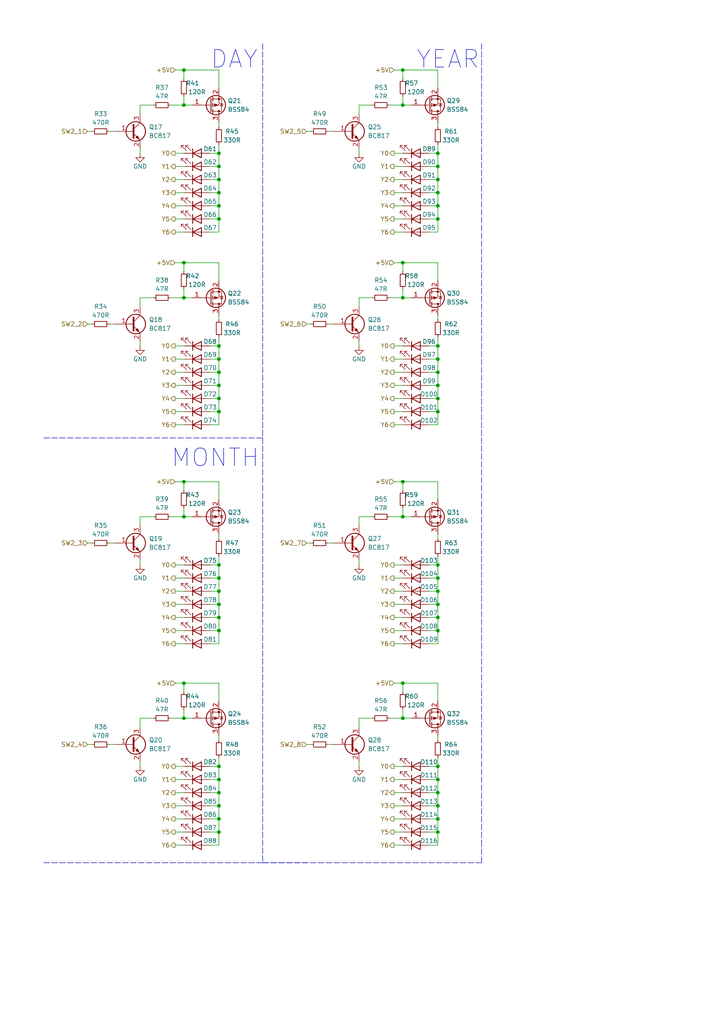
<source format=kicad_sch>
(kicad_sch (version 20211123) (generator eeschema)
  (paper "A4" portrait)
  (junction (at 127 179.07))
  (junction (at 63.5 241.3))
  (junction (at 127 222.25))
  (junction (at 116.84 20.32))
  (junction (at 127 171.45))
  (junction (at 63.5 107.95))
  (junction (at 63.5 115.57))
  (junction (at 127 241.3))
  (junction (at 116.84 76.2))
  (junction (at 116.84 149.86))
  (junction (at 127 63.5))
  (junction (at 127 100.33))
  (junction (at 63.5 111.76))
  (junction (at 127 52.07))
  (junction (at 53.34 30.48))
  (junction (at 127 59.69))
  (junction (at 116.84 86.36))
  (junction (at 53.34 86.36))
  (junction (at 53.34 20.32))
  (junction (at 63.5 100.33))
  (junction (at 53.34 208.28))
  (junction (at 53.34 76.2))
  (junction (at 116.84 208.28))
  (junction (at 127 48.26))
  (junction (at 63.5 237.49))
  (junction (at 63.5 233.68))
  (junction (at 127 226.06))
  (junction (at 63.5 52.07))
  (junction (at 127 104.14))
  (junction (at 116.84 30.48))
  (junction (at 63.5 163.83))
  (junction (at 63.5 59.69))
  (junction (at 63.5 229.87))
  (junction (at 53.34 198.12))
  (junction (at 127 44.45))
  (junction (at 53.34 139.7))
  (junction (at 63.5 182.88))
  (junction (at 63.5 55.88))
  (junction (at 127 163.83))
  (junction (at 127 55.88))
  (junction (at 63.5 171.45))
  (junction (at 127 233.68))
  (junction (at 127 107.95))
  (junction (at 127 115.57))
  (junction (at 63.5 63.5))
  (junction (at 116.84 139.7))
  (junction (at 63.5 175.26))
  (junction (at 63.5 226.06))
  (junction (at 63.5 104.14))
  (junction (at 63.5 44.45))
  (junction (at 127 111.76))
  (junction (at 127 237.49))
  (junction (at 127 175.26))
  (junction (at 127 229.87))
  (junction (at 127 119.38))
  (junction (at 63.5 119.38))
  (junction (at 127 167.64))
  (junction (at 63.5 222.25))
  (junction (at 127 182.88))
  (junction (at 53.34 149.86))
  (junction (at 63.5 167.64))
  (junction (at 63.5 48.26))
  (junction (at 63.5 179.07))
  (junction (at 116.84 198.12))
  (wire (pts (xy 40.64 86.36) (xy 40.64 88.9)))
  (wire (pts (xy 25.4 93.98) (xy 26.67 93.98)))
  (wire (pts (xy 63.5 213.36) (xy 63.5 214.63)))
  (wire (pts (xy 63.5 171.45) (xy 63.5 175.26)))
  (wire (pts (xy 127 163.83) (xy 127 167.64)))
  (wire (pts (xy 127 237.49) (xy 127 241.3)))
  (wire (pts (xy 63.5 154.94) (xy 63.5 156.21)))
  (wire (pts (xy 116.84 205.74) (xy 116.84 208.28)))
  (wire (pts (xy 124.46 63.5) (xy 127 63.5)))
  (wire (pts (xy 114.3 167.64) (xy 116.84 167.64)))
  (wire (pts (xy 124.46 55.88) (xy 127 55.88)))
  (wire (pts (xy 127 171.45) (xy 127 175.26)))
  (wire (pts (xy 127 115.57) (xy 127 119.38)))
  (wire (pts (xy 114.3 237.49) (xy 116.84 237.49)))
  (polyline (pts (xy 139.7 250.19) (xy 76.2 250.19)))
  (wire (pts (xy 104.14 30.48) (xy 104.14 33.02)))
  (wire (pts (xy 95.25 157.48) (xy 96.52 157.48)))
  (wire (pts (xy 63.5 226.06) (xy 63.5 229.87)))
  (wire (pts (xy 116.84 30.48) (xy 119.38 30.48)))
  (wire (pts (xy 124.46 59.69) (xy 127 59.69)))
  (wire (pts (xy 53.34 86.36) (xy 55.88 86.36)))
  (wire (pts (xy 50.8 115.57) (xy 53.34 115.57)))
  (wire (pts (xy 49.53 30.48) (xy 53.34 30.48)))
  (wire (pts (xy 53.34 30.48) (xy 55.88 30.48)))
  (polyline (pts (xy 76.2 250.19) (xy 88.9 250.19)))
  (wire (pts (xy 63.5 35.56) (xy 63.5 36.83)))
  (polyline (pts (xy 12.7 250.19) (xy 76.2 250.19)))
  (wire (pts (xy 116.84 198.12) (xy 116.84 200.66)))
  (wire (pts (xy 104.14 43.18) (xy 104.14 44.45)))
  (wire (pts (xy 50.8 59.69) (xy 53.34 59.69)))
  (wire (pts (xy 63.5 229.87) (xy 63.5 233.68)))
  (wire (pts (xy 44.45 86.36) (xy 40.64 86.36)))
  (wire (pts (xy 53.34 139.7) (xy 53.34 142.24)))
  (wire (pts (xy 63.5 219.71) (xy 63.5 222.25)))
  (wire (pts (xy 63.5 119.38) (xy 63.5 123.19)))
  (wire (pts (xy 60.96 55.88) (xy 63.5 55.88)))
  (wire (pts (xy 107.95 208.28) (xy 104.14 208.28)))
  (wire (pts (xy 63.5 41.91) (xy 63.5 44.45)))
  (wire (pts (xy 104.14 208.28) (xy 104.14 210.82)))
  (wire (pts (xy 60.96 222.25) (xy 63.5 222.25)))
  (wire (pts (xy 127 154.94) (xy 127 156.21)))
  (wire (pts (xy 114.3 171.45) (xy 116.84 171.45)))
  (wire (pts (xy 95.25 215.9) (xy 96.52 215.9)))
  (wire (pts (xy 127 213.36) (xy 127 214.63)))
  (wire (pts (xy 88.9 93.98) (xy 90.17 93.98)))
  (wire (pts (xy 114.3 139.7) (xy 116.84 139.7)))
  (wire (pts (xy 50.8 179.07) (xy 53.34 179.07)))
  (wire (pts (xy 127 179.07) (xy 127 182.88)))
  (wire (pts (xy 63.5 107.95) (xy 63.5 111.76)))
  (wire (pts (xy 60.96 107.95) (xy 63.5 107.95)))
  (wire (pts (xy 63.5 237.49) (xy 63.5 241.3)))
  (wire (pts (xy 104.14 86.36) (xy 104.14 88.9)))
  (wire (pts (xy 116.84 20.32) (xy 127 20.32)))
  (wire (pts (xy 127 226.06) (xy 127 229.87)))
  (wire (pts (xy 114.3 67.31) (xy 116.84 67.31)))
  (wire (pts (xy 114.3 55.88) (xy 116.84 55.88)))
  (wire (pts (xy 116.84 76.2) (xy 127 76.2)))
  (wire (pts (xy 49.53 149.86) (xy 53.34 149.86)))
  (wire (pts (xy 50.8 175.26) (xy 53.34 175.26)))
  (wire (pts (xy 60.96 179.07) (xy 63.5 179.07)))
  (wire (pts (xy 53.34 205.74) (xy 53.34 208.28)))
  (wire (pts (xy 127 119.38) (xy 127 123.19)))
  (wire (pts (xy 114.3 76.2) (xy 116.84 76.2)))
  (wire (pts (xy 116.84 20.32) (xy 116.84 22.86)))
  (wire (pts (xy 114.3 48.26) (xy 116.84 48.26)))
  (wire (pts (xy 124.46 171.45) (xy 127 171.45)))
  (wire (pts (xy 63.5 115.57) (xy 63.5 119.38)))
  (wire (pts (xy 60.96 175.26) (xy 63.5 175.26)))
  (wire (pts (xy 60.96 59.69) (xy 63.5 59.69)))
  (wire (pts (xy 116.84 76.2) (xy 116.84 78.74)))
  (wire (pts (xy 127 63.5) (xy 127 67.31)))
  (wire (pts (xy 114.3 100.33) (xy 116.84 100.33)))
  (wire (pts (xy 60.96 245.11) (xy 63.5 245.11)))
  (wire (pts (xy 31.75 38.1) (xy 33.02 38.1)))
  (wire (pts (xy 114.3 233.68) (xy 116.84 233.68)))
  (wire (pts (xy 63.5 63.5) (xy 63.5 67.31)))
  (wire (pts (xy 114.3 20.32) (xy 116.84 20.32)))
  (wire (pts (xy 114.3 44.45) (xy 116.84 44.45)))
  (wire (pts (xy 88.9 38.1) (xy 90.17 38.1)))
  (wire (pts (xy 63.5 233.68) (xy 63.5 237.49)))
  (wire (pts (xy 124.46 115.57) (xy 127 115.57)))
  (wire (pts (xy 60.96 226.06) (xy 63.5 226.06)))
  (wire (pts (xy 60.96 63.5) (xy 63.5 63.5)))
  (wire (pts (xy 127 52.07) (xy 127 55.88)))
  (wire (pts (xy 116.84 86.36) (xy 119.38 86.36)))
  (wire (pts (xy 50.8 237.49) (xy 53.34 237.49)))
  (wire (pts (xy 50.8 48.26) (xy 53.34 48.26)))
  (polyline (pts (xy 12.7 127) (xy 76.2 127)))
  (wire (pts (xy 127 91.44) (xy 127 92.71)))
  (wire (pts (xy 114.3 59.69) (xy 116.84 59.69)))
  (wire (pts (xy 114.3 123.19) (xy 116.84 123.19)))
  (wire (pts (xy 114.3 104.14) (xy 116.84 104.14)))
  (wire (pts (xy 40.64 162.56) (xy 40.64 163.83)))
  (wire (pts (xy 60.96 67.31) (xy 63.5 67.31)))
  (wire (pts (xy 114.3 226.06) (xy 116.84 226.06)))
  (wire (pts (xy 50.8 107.95) (xy 53.34 107.95)))
  (wire (pts (xy 60.96 182.88) (xy 63.5 182.88)))
  (wire (pts (xy 127 20.32) (xy 127 25.4)))
  (wire (pts (xy 63.5 139.7) (xy 63.5 144.78)))
  (wire (pts (xy 60.96 229.87) (xy 63.5 229.87)))
  (wire (pts (xy 50.8 163.83) (xy 53.34 163.83)))
  (wire (pts (xy 53.34 27.94) (xy 53.34 30.48)))
  (wire (pts (xy 60.96 52.07) (xy 63.5 52.07)))
  (wire (pts (xy 53.34 198.12) (xy 53.34 200.66)))
  (wire (pts (xy 127 111.76) (xy 127 115.57)))
  (wire (pts (xy 40.64 30.48) (xy 40.64 33.02)))
  (wire (pts (xy 63.5 20.32) (xy 63.5 25.4)))
  (wire (pts (xy 53.34 147.32) (xy 53.34 149.86)))
  (wire (pts (xy 53.34 83.82) (xy 53.34 86.36)))
  (wire (pts (xy 50.8 63.5) (xy 53.34 63.5)))
  (wire (pts (xy 127 198.12) (xy 127 203.2)))
  (wire (pts (xy 49.53 86.36) (xy 53.34 86.36)))
  (wire (pts (xy 50.8 67.31) (xy 53.34 67.31)))
  (wire (pts (xy 127 167.64) (xy 127 171.45)))
  (wire (pts (xy 31.75 157.48) (xy 33.02 157.48)))
  (wire (pts (xy 124.46 241.3) (xy 127 241.3)))
  (wire (pts (xy 124.46 229.87) (xy 127 229.87)))
  (wire (pts (xy 113.03 30.48) (xy 116.84 30.48)))
  (wire (pts (xy 25.4 38.1) (xy 26.67 38.1)))
  (wire (pts (xy 124.46 67.31) (xy 127 67.31)))
  (wire (pts (xy 53.34 208.28) (xy 55.88 208.28)))
  (wire (pts (xy 107.95 30.48) (xy 104.14 30.48)))
  (wire (pts (xy 114.3 229.87) (xy 116.84 229.87)))
  (wire (pts (xy 116.84 147.32) (xy 116.84 149.86)))
  (wire (pts (xy 50.8 76.2) (xy 53.34 76.2)))
  (wire (pts (xy 127 233.68) (xy 127 237.49)))
  (wire (pts (xy 50.8 123.19) (xy 53.34 123.19)))
  (wire (pts (xy 53.34 76.2) (xy 63.5 76.2)))
  (wire (pts (xy 63.5 48.26) (xy 63.5 52.07)))
  (wire (pts (xy 114.3 245.11) (xy 116.84 245.11)))
  (wire (pts (xy 63.5 44.45) (xy 63.5 48.26)))
  (wire (pts (xy 63.5 76.2) (xy 63.5 81.28)))
  (wire (pts (xy 124.46 222.25) (xy 127 222.25)))
  (wire (pts (xy 50.8 44.45) (xy 53.34 44.45)))
  (wire (pts (xy 60.96 119.38) (xy 63.5 119.38)))
  (wire (pts (xy 116.84 83.82) (xy 116.84 86.36)))
  (wire (pts (xy 60.96 111.76) (xy 63.5 111.76)))
  (wire (pts (xy 124.46 111.76) (xy 127 111.76)))
  (wire (pts (xy 63.5 222.25) (xy 63.5 226.06)))
  (wire (pts (xy 124.46 182.88) (xy 127 182.88)))
  (wire (pts (xy 50.8 20.32) (xy 53.34 20.32)))
  (wire (pts (xy 60.96 104.14) (xy 63.5 104.14)))
  (wire (pts (xy 50.8 119.38) (xy 53.34 119.38)))
  (wire (pts (xy 114.3 111.76) (xy 116.84 111.76)))
  (wire (pts (xy 60.96 237.49) (xy 63.5 237.49)))
  (wire (pts (xy 60.96 48.26) (xy 63.5 48.26)))
  (wire (pts (xy 60.96 44.45) (xy 63.5 44.45)))
  (wire (pts (xy 53.34 76.2) (xy 53.34 78.74)))
  (polyline (pts (xy 76.2 12.7) (xy 76.2 127)))
  (wire (pts (xy 114.3 115.57) (xy 116.84 115.57)))
  (wire (pts (xy 127 44.45) (xy 127 48.26)))
  (wire (pts (xy 63.5 97.79) (xy 63.5 100.33)))
  (wire (pts (xy 127 55.88) (xy 127 59.69)))
  (wire (pts (xy 114.3 63.5) (xy 116.84 63.5)))
  (wire (pts (xy 127 139.7) (xy 127 144.78)))
  (wire (pts (xy 31.75 215.9) (xy 33.02 215.9)))
  (wire (pts (xy 63.5 104.14) (xy 63.5 107.95)))
  (wire (pts (xy 124.46 48.26) (xy 127 48.26)))
  (wire (pts (xy 50.8 182.88) (xy 53.34 182.88)))
  (wire (pts (xy 63.5 198.12) (xy 63.5 203.2)))
  (wire (pts (xy 113.03 149.86) (xy 116.84 149.86)))
  (wire (pts (xy 127 229.87) (xy 127 233.68)))
  (wire (pts (xy 60.96 233.68) (xy 63.5 233.68)))
  (wire (pts (xy 50.8 100.33) (xy 53.34 100.33)))
  (wire (pts (xy 40.64 208.28) (xy 40.64 210.82)))
  (wire (pts (xy 113.03 86.36) (xy 116.84 86.36)))
  (wire (pts (xy 127 41.91) (xy 127 44.45)))
  (wire (pts (xy 53.34 198.12) (xy 63.5 198.12)))
  (wire (pts (xy 60.96 241.3) (xy 63.5 241.3)))
  (wire (pts (xy 116.84 208.28) (xy 119.38 208.28)))
  (wire (pts (xy 25.4 157.48) (xy 26.67 157.48)))
  (wire (pts (xy 63.5 111.76) (xy 63.5 115.57)))
  (wire (pts (xy 104.14 162.56) (xy 104.14 163.83)))
  (wire (pts (xy 88.9 157.48) (xy 90.17 157.48)))
  (wire (pts (xy 114.3 179.07) (xy 116.84 179.07)))
  (wire (pts (xy 63.5 52.07) (xy 63.5 55.88)))
  (wire (pts (xy 50.8 226.06) (xy 53.34 226.06)))
  (wire (pts (xy 127 97.79) (xy 127 100.33)))
  (wire (pts (xy 50.8 55.88) (xy 53.34 55.88)))
  (wire (pts (xy 127 175.26) (xy 127 179.07)))
  (wire (pts (xy 63.5 163.83) (xy 63.5 167.64)))
  (wire (pts (xy 40.64 149.86) (xy 40.64 152.4)))
  (wire (pts (xy 114.3 222.25) (xy 116.84 222.25)))
  (polyline (pts (xy 139.7 243.84) (xy 139.7 250.19)))
  (wire (pts (xy 60.96 163.83) (xy 63.5 163.83)))
  (wire (pts (xy 124.46 104.14) (xy 127 104.14)))
  (wire (pts (xy 95.25 38.1) (xy 96.52 38.1)))
  (wire (pts (xy 107.95 149.86) (xy 104.14 149.86)))
  (wire (pts (xy 116.84 27.94) (xy 116.84 30.48)))
  (wire (pts (xy 63.5 161.29) (xy 63.5 163.83)))
  (wire (pts (xy 127 48.26) (xy 127 52.07)))
  (wire (pts (xy 113.03 208.28) (xy 116.84 208.28)))
  (wire (pts (xy 124.46 237.49) (xy 127 237.49)))
  (wire (pts (xy 63.5 59.69) (xy 63.5 63.5)))
  (wire (pts (xy 50.8 198.12) (xy 53.34 198.12)))
  (wire (pts (xy 127 219.71) (xy 127 222.25)))
  (wire (pts (xy 60.96 115.57) (xy 63.5 115.57)))
  (wire (pts (xy 127 107.95) (xy 127 111.76)))
  (wire (pts (xy 124.46 107.95) (xy 127 107.95)))
  (wire (pts (xy 124.46 52.07) (xy 127 52.07)))
  (wire (pts (xy 60.96 171.45) (xy 63.5 171.45)))
  (wire (pts (xy 114.3 241.3) (xy 116.84 241.3)))
  (wire (pts (xy 44.45 30.48) (xy 40.64 30.48)))
  (wire (pts (xy 114.3 163.83) (xy 116.84 163.83)))
  (wire (pts (xy 127 35.56) (xy 127 36.83)))
  (wire (pts (xy 124.46 100.33) (xy 127 100.33)))
  (wire (pts (xy 50.8 233.68) (xy 53.34 233.68)))
  (wire (pts (xy 127 100.33) (xy 127 104.14)))
  (wire (pts (xy 40.64 220.98) (xy 40.64 222.25)))
  (wire (pts (xy 50.8 139.7) (xy 53.34 139.7)))
  (wire (pts (xy 50.8 241.3) (xy 53.34 241.3)))
  (wire (pts (xy 127 161.29) (xy 127 163.83)))
  (wire (pts (xy 127 76.2) (xy 127 81.28)))
  (wire (pts (xy 124.46 175.26) (xy 127 175.26)))
  (wire (pts (xy 40.64 99.06) (xy 40.64 100.33)))
  (wire (pts (xy 116.84 198.12) (xy 127 198.12)))
  (wire (pts (xy 40.64 43.18) (xy 40.64 44.45)))
  (wire (pts (xy 63.5 179.07) (xy 63.5 182.88)))
  (wire (pts (xy 116.84 139.7) (xy 127 139.7)))
  (wire (pts (xy 127 104.14) (xy 127 107.95)))
  (wire (pts (xy 53.34 20.32) (xy 53.34 22.86)))
  (polyline (pts (xy 76.2 127) (xy 76.2 250.19)))
  (wire (pts (xy 104.14 220.98) (xy 104.14 222.25)))
  (wire (pts (xy 60.96 123.19) (xy 63.5 123.19)))
  (wire (pts (xy 63.5 241.3) (xy 63.5 245.11)))
  (wire (pts (xy 124.46 163.83) (xy 127 163.83)))
  (wire (pts (xy 31.75 93.98) (xy 33.02 93.98)))
  (wire (pts (xy 63.5 175.26) (xy 63.5 179.07)))
  (wire (pts (xy 50.8 167.64) (xy 53.34 167.64)))
  (wire (pts (xy 60.96 186.69) (xy 63.5 186.69)))
  (wire (pts (xy 53.34 20.32) (xy 63.5 20.32)))
  (wire (pts (xy 63.5 55.88) (xy 63.5 59.69)))
  (wire (pts (xy 60.96 100.33) (xy 63.5 100.33)))
  (wire (pts (xy 124.46 123.19) (xy 127 123.19)))
  (wire (pts (xy 104.14 99.06) (xy 104.14 100.33)))
  (wire (pts (xy 63.5 182.88) (xy 63.5 186.69)))
  (wire (pts (xy 114.3 175.26) (xy 116.84 175.26)))
  (wire (pts (xy 127 222.25) (xy 127 226.06)))
  (wire (pts (xy 127 59.69) (xy 127 63.5)))
  (wire (pts (xy 114.3 119.38) (xy 116.84 119.38)))
  (wire (pts (xy 124.46 119.38) (xy 127 119.38)))
  (wire (pts (xy 44.45 208.28) (xy 40.64 208.28)))
  (wire (pts (xy 50.8 186.69) (xy 53.34 186.69)))
  (wire (pts (xy 124.46 233.68) (xy 127 233.68)))
  (wire (pts (xy 114.3 52.07) (xy 116.84 52.07)))
  (wire (pts (xy 63.5 91.44) (xy 63.5 92.71)))
  (wire (pts (xy 50.8 222.25) (xy 53.34 222.25)))
  (wire (pts (xy 63.5 167.64) (xy 63.5 171.45)))
  (wire (pts (xy 114.3 186.69) (xy 116.84 186.69)))
  (wire (pts (xy 116.84 139.7) (xy 116.84 142.24)))
  (wire (pts (xy 50.8 245.11) (xy 53.34 245.11)))
  (wire (pts (xy 63.5 100.33) (xy 63.5 104.14)))
  (wire (pts (xy 124.46 167.64) (xy 127 167.64)))
  (wire (pts (xy 116.84 149.86) (xy 119.38 149.86)))
  (wire (pts (xy 124.46 179.07) (xy 127 179.07)))
  (wire (pts (xy 114.3 198.12) (xy 116.84 198.12)))
  (wire (pts (xy 114.3 182.88) (xy 116.84 182.88)))
  (wire (pts (xy 49.53 208.28) (xy 53.34 208.28)))
  (wire (pts (xy 124.46 44.45) (xy 127 44.45)))
  (wire (pts (xy 104.14 149.86) (xy 104.14 152.4)))
  (wire (pts (xy 53.34 149.86) (xy 55.88 149.86)))
  (wire (pts (xy 60.96 167.64) (xy 63.5 167.64)))
  (wire (pts (xy 124.46 186.69) (xy 127 186.69)))
  (polyline (pts (xy 139.7 12.7) (xy 139.7 243.84)))
  (wire (pts (xy 127 241.3) (xy 127 245.11)))
  (wire (pts (xy 53.34 139.7) (xy 63.5 139.7)))
  (wire (pts (xy 44.45 149.86) (xy 40.64 149.86)))
  (wire (pts (xy 127 182.88) (xy 127 186.69)))
  (wire (pts (xy 95.25 93.98) (xy 96.52 93.98)))
  (wire (pts (xy 124.46 226.06) (xy 127 226.06)))
  (wire (pts (xy 50.8 104.14) (xy 53.34 104.14)))
  (wire (pts (xy 50.8 229.87) (xy 53.34 229.87)))
  (wire (pts (xy 50.8 111.76) (xy 53.34 111.76)))
  (wire (pts (xy 124.46 245.11) (xy 127 245.11)))
  (wire (pts (xy 88.9 215.9) (xy 90.17 215.9)))
  (wire (pts (xy 107.95 86.36) (xy 104.14 86.36)))
  (wire (pts (xy 114.3 107.95) (xy 116.84 107.95)))
  (wire (pts (xy 50.8 171.45) (xy 53.34 171.45)))
  (wire (pts (xy 50.8 52.07) (xy 53.34 52.07)))
  (wire (pts (xy 25.4 215.9) (xy 26.67 215.9)))
  (text "DAY " (at 60.96 20.32 0) (effects (font (size 5.08 5.08)) (justify left bottom)))
  (text "MONTH" (at 49.53 135.89 0) (effects (font (size 5.08 5.08)) (justify left bottom)))
  (text "YEAR" (at 120.65 20.32 0) (effects (font (size 5.08 5.08)) (justify left bottom)))
  (hierarchical_label "Y2" (shape output) (at 50.8 229.87 180))
  (hierarchical_label "Y3" (shape output) (at 50.8 233.68 180))
  (hierarchical_label "Y6" (shape output) (at 114.3 245.11 180))
  (hierarchical_label "Y4" (shape output) (at 50.8 59.69 180))
  (hierarchical_label "Y0" (shape output) (at 50.8 222.25 180))
  (hierarchical_label "Y3" (shape output) (at 114.3 111.76 180))
  (hierarchical_label "Y2" (shape output) (at 50.8 171.45 180))
  (hierarchical_label "Y3" (shape output) (at 50.8 55.88 180))
  (hierarchical_label "Y0" (shape output) (at 114.3 100.33 180))
  (hierarchical_label "+5V" (shape input) (at 114.3 76.2 180))
  (hierarchical_label "SW2_8" (shape input) (at 88.9 215.9 180))
  (hierarchical_label "Y4" (shape output) (at 114.3 179.07 180))
  (hierarchical_label "Y2" (shape output) (at 114.3 52.07 180))
  (hierarchical_label "+5V" (shape input) (at 114.3 139.7 180))
  (hierarchical_label "+5V" (shape input) (at 114.3 198.12 180))
  (hierarchical_label "Y1" (shape output) (at 50.8 167.64 180))
  (hierarchical_label "Y5" (shape output) (at 50.8 241.3 180))
  (hierarchical_label "+5V" (shape input) (at 50.8 139.7 180))
  (hierarchical_label "Y5" (shape output) (at 50.8 182.88 180))
  (hierarchical_label "Y0" (shape output) (at 50.8 100.33 180))
  (hierarchical_label "Y5" (shape output) (at 50.8 63.5 180))
  (hierarchical_label "Y2" (shape output) (at 114.3 107.95 180))
  (hierarchical_label "Y0" (shape output) (at 50.8 44.45 180))
  (hierarchical_label "Y2" (shape output) (at 114.3 171.45 180))
  (hierarchical_label "+5V" (shape input) (at 114.3 20.32 180))
  (hierarchical_label "Y5" (shape output) (at 114.3 63.5 180))
  (hierarchical_label "Y1" (shape output) (at 114.3 48.26 180))
  (hierarchical_label "Y5" (shape output) (at 50.8 119.38 180))
  (hierarchical_label "+5V" (shape input) (at 50.8 198.12 180))
  (hierarchical_label "Y5" (shape output) (at 114.3 241.3 180))
  (hierarchical_label "+5V" (shape input) (at 50.8 20.32 180))
  (hierarchical_label "Y2" (shape output) (at 114.3 229.87 180))
  (hierarchical_label "Y2" (shape output) (at 50.8 52.07 180))
  (hierarchical_label "Y4" (shape output) (at 114.3 115.57 180))
  (hierarchical_label "Y2" (shape output) (at 50.8 107.95 180))
  (hierarchical_label "SW2_2" (shape input) (at 25.4 93.98 180))
  (hierarchical_label "SW2_5" (shape input) (at 88.9 38.1 180))
  (hierarchical_label "Y5" (shape output) (at 114.3 119.38 180))
  (hierarchical_label "Y6" (shape output) (at 50.8 186.69 180))
  (hierarchical_label "Y0" (shape output) (at 114.3 222.25 180))
  (hierarchical_label "Y4" (shape output) (at 50.8 115.57 180))
  (hierarchical_label "Y1" (shape output) (at 50.8 48.26 180))
  (hierarchical_label "SW2_4" (shape input) (at 25.4 215.9 180))
  (hierarchical_label "Y0" (shape output) (at 114.3 163.83 180))
  (hierarchical_label "SW2_7" (shape input) (at 88.9 157.48 180))
  (hierarchical_label "Y3" (shape output) (at 114.3 233.68 180))
  (hierarchical_label "Y6" (shape output) (at 114.3 67.31 180))
  (hierarchical_label "Y3" (shape output) (at 114.3 175.26 180))
  (hierarchical_label "Y4" (shape output) (at 50.8 179.07 180))
  (hierarchical_label "SW2_6" (shape input) (at 88.9 93.98 180))
  (hierarchical_label "Y5" (shape output) (at 114.3 182.88 180))
  (hierarchical_label "SW2_3" (shape input) (at 25.4 157.48 180))
  (hierarchical_label "Y1" (shape output) (at 50.8 104.14 180))
  (hierarchical_label "Y6" (shape output) (at 50.8 123.19 180))
  (hierarchical_label "Y6" (shape output) (at 50.8 67.31 180))
  (hierarchical_label "Y1" (shape output) (at 114.3 167.64 180))
  (hierarchical_label "Y6" (shape output) (at 114.3 186.69 180))
  (hierarchical_label "Y4" (shape output) (at 114.3 59.69 180))
  (hierarchical_label "SW2_1" (shape input) (at 25.4 38.1 180))
  (hierarchical_label "Y4" (shape output) (at 114.3 237.49 180))
  (hierarchical_label "Y1" (shape output) (at 114.3 104.14 180))
  (hierarchical_label "Y0" (shape output) (at 114.3 44.45 180))
  (hierarchical_label "Y1" (shape output) (at 114.3 226.06 180))
  (hierarchical_label "Y1" (shape output) (at 50.8 226.06 180))
  (hierarchical_label "Y4" (shape output) (at 50.8 237.49 180))
  (hierarchical_label "Y3" (shape output) (at 50.8 111.76 180))
  (hierarchical_label "Y3" (shape output) (at 50.8 175.26 180))
  (hierarchical_label "+5V" (shape input) (at 50.8 76.2 180))
  (hierarchical_label "Y0" (shape output) (at 50.8 163.83 180))
  (hierarchical_label "Y3" (shape output) (at 114.3 55.88 180))
  (hierarchical_label "Y6" (shape output) (at 50.8 245.11 180))
  (hierarchical_label "Y6" (shape output) (at 114.3 123.19 180))
  (symbol (lib_id "Device:R_Small") (at 127 39.37 0) (unit 1)
    (property "Reference" "R61" (at 130.81 38.1 0))
    (property "Value" "330R" (at 130.81 40.64 0))
    (property "Footprint" "Resistor_SMD:R_0603_1608Metric" (effects hide))
    (property "Datasheet" "https://ozdisan.com/pasif-komponentler/direncler/smt-smd-ve-cip-direncler/0603WAF3300T5E/708471" (effects hide))
  )
  (symbol (lib_id "power:GND") (at 104.14 163.83 0) (unit 1)
    (property "Reference" "#PWR015" (effects hide))
    (property "Value" "GND" (at 104.14 167.64 0))
  )
  (symbol (lib_id "Device:LED") (at 120.65 48.26 0) (mirror x) (unit 1)
    (property "Reference" "D90" (at 124.46 46.99 0))
    (property "Value" "WHITE" (effects hide))
    (property "Footprint" "LED_SMD:LED_0603_1608Metric" (effects hide))
    (property "Datasheet" "https://ozdisan.com/led-ve-aydinlatma-cozumleri/led-komponentler/sinyal-ledler-beyaz/HL-PST-1608H233W-HF4/513250" (effects hide))
  )
  (symbol (lib_id "power:GND") (at 40.64 44.45 0) (unit 1)
    (property "Reference" "#PWR09" (effects hide))
    (property "Value" "GND" (at 40.64 48.26 0))
  )
  (symbol (lib_id "Device:LED") (at 120.65 100.33 0) (mirror x) (unit 1)
    (property "Reference" "D96" (at 124.46 99.06 0))
    (property "Value" "WHITE" (effects hide))
    (property "Footprint" "LED_SMD:LED_0603_1608Metric" (effects hide))
    (property "Datasheet" "https://ozdisan.com/led-ve-aydinlatma-cozumleri/led-komponentler/sinyal-ledler-beyaz/HL-PST-1608H233W-HF4/513250" (effects hide))
  )
  (symbol (lib_id "Device:LED") (at 57.15 241.3 0) (mirror x) (unit 1)
    (property "Reference" "D87" (at 60.96 240.03 0))
    (property "Value" "WHITE" (effects hide))
    (property "Footprint" "LED_SMD:LED_0603_1608Metric" (effects hide))
    (property "Datasheet" "https://ozdisan.com/led-ve-aydinlatma-cozumleri/led-komponentler/sinyal-ledler-beyaz/HL-PST-1608H233W-HF4/513250" (effects hide))
  )
  (symbol (lib_id "Device:LED") (at 57.15 237.49 0) (mirror x) (unit 1)
    (property "Reference" "D86" (at 60.96 236.22 0))
    (property "Value" "WHITE" (effects hide))
    (property "Footprint" "LED_SMD:LED_0603_1608Metric" (effects hide))
    (property "Datasheet" "https://ozdisan.com/led-ve-aydinlatma-cozumleri/led-komponentler/sinyal-ledler-beyaz/HL-PST-1608H233W-HF4/513250" (effects hide))
  )
  (symbol (lib_id "Transistor_FET:BSS84") (at 60.96 208.28 0) (mirror x) (unit 1)
    (property "Reference" "Q24" (at 66.04 207.01 0) (effects (justify left)))
    (property "Value" "BSS84" (at 66.04 209.55 0) (effects (justify left)))
    (property "Footprint" "Package_TO_SOT_SMD:SOT-23" (effects hide))
    (property "Datasheet" "https://ozdisan.com/guc-yari-iletkenleri/mosfetler/discrete-mosfetler/BSS84-HT/531196" (effects hide))
  )
  (symbol (lib_id "power:GND") (at 40.64 163.83 0) (unit 1)
    (property "Reference" "#PWR011" (effects hide))
    (property "Value" "GND" (at 40.64 167.64 0))
  )
  (symbol (lib_id "Device:LED") (at 120.65 186.69 0) (mirror x) (unit 1)
    (property "Reference" "D109" (at 124.46 185.42 0))
    (property "Value" "WHITE" (effects hide))
    (property "Footprint" "LED_SMD:LED_0603_1608Metric" (effects hide))
    (property "Datasheet" "https://ozdisan.com/led-ve-aydinlatma-cozumleri/led-komponentler/sinyal-ledler-beyaz/HL-PST-1608H233W-HF4/513250" (effects hide))
  )
  (symbol (lib_id "Device:LED") (at 57.15 229.87 0) (mirror x) (unit 1)
    (property "Reference" "D84" (at 60.96 228.6 0))
    (property "Value" "WHITE" (effects hide))
    (property "Footprint" "LED_SMD:LED_0603_1608Metric" (effects hide))
    (property "Datasheet" "https://ozdisan.com/led-ve-aydinlatma-cozumleri/led-komponentler/sinyal-ledler-beyaz/HL-PST-1608H233W-HF4/513250" (effects hide))
  )
  (symbol (lib_id "Device:LED") (at 57.15 182.88 0) (mirror x) (unit 1)
    (property "Reference" "D80" (at 60.96 181.61 0))
    (property "Value" "WHITE" (effects hide))
    (property "Footprint" "LED_SMD:LED_0603_1608Metric" (effects hide))
    (property "Datasheet" "https://ozdisan.com/led-ve-aydinlatma-cozumleri/led-komponentler/sinyal-ledler-beyaz/HL-PST-1608H233W-HF4/513250" (effects hide))
  )
  (symbol (lib_id "Device:R_Small") (at 116.84 144.78 0) (unit 1)
    (property "Reference" "R59" (at 119.38 143.51 0))
    (property "Value" "120R" (at 120.65 146.05 0))
    (property "Footprint" "Resistor_SMD:R_0603_1608Metric" (effects hide))
    (property "Datasheet" "https://ozdisan.com/pasif-komponentler/direncler/smt-smd-ve-cip-direncler/0603WAJ0121T5E/534838" (effects hide))
  )
  (symbol (lib_id "Device:LED") (at 120.65 237.49 0) (mirror x) (unit 1)
    (property "Reference" "D114" (at 124.46 236.22 0))
    (property "Value" "WHITE" (effects hide))
    (property "Footprint" "LED_SMD:LED_0603_1608Metric" (effects hide))
    (property "Datasheet" "https://ozdisan.com/led-ve-aydinlatma-cozumleri/led-komponentler/sinyal-ledler-beyaz/HL-PST-1608H233W-HF4/513250" (effects hide))
  )
  (symbol (lib_id "Device:R_Small") (at 127 95.25 0) (unit 1)
    (property "Reference" "R62" (at 130.81 93.98 0))
    (property "Value" "330R" (at 130.81 96.52 0))
    (property "Footprint" "Resistor_SMD:R_0603_1608Metric" (effects hide))
    (property "Datasheet" "https://ozdisan.com/pasif-komponentler/direncler/smt-smd-ve-cip-direncler/0603WAF3300T5E/708471" (effects hide))
  )
  (symbol (lib_id "Device:R_Small") (at 46.99 149.86 270) (unit 1)
    (property "Reference" "R39" (at 46.99 144.78 90))
    (property "Value" "47R" (at 46.99 147.32 90))
    (property "Footprint" "Resistor_SMD:R_0603_1608Metric" (effects hide))
    (property "Datasheet" "https://ozdisan.com/pasif-komponentler/direncler/smt-smd-ve-cip-direncler/0603SAJ0470T5E/336224" (effects hide))
  )
  (symbol (lib_id "Device:R_Small") (at 92.71 215.9 270) (unit 1)
    (property "Reference" "R52" (at 92.71 210.82 90))
    (property "Value" "470R" (at 92.71 213.36 90))
    (property "Footprint" "Resistor_SMD:R_0603_1608Metric" (effects hide))
    (property "Datasheet" "https://ozdisan.com/pasif-komponentler/direncler/smt-smd-ve-cip-direncler/0603SAJ0471T5E/336231" (effects hide))
  )
  (symbol (lib_id "Transistor_BJT:BC817") (at 38.1 215.9 0) (unit 1)
    (property "Reference" "Q20" (at 43.18 214.63 0) (effects (justify left)))
    (property "Value" "BC817" (at 43.18 217.17 0) (effects (justify left)))
    (property "Footprint" "Package_TO_SOT_SMD:SOT-23" (effects hide))
    (property "Datasheet" "https://ozdisan.com/guc-yari-iletkenleri/transistorler/discrete-transistorler/BC817-40-HT/417241" (effects hide))
  )
  (symbol (lib_id "Device:R_Small") (at 29.21 38.1 270) (unit 1)
    (property "Reference" "R33" (at 29.21 33.02 90))
    (property "Value" "470R" (at 29.21 35.56 90))
    (property "Footprint" "Resistor_SMD:R_0603_1608Metric" (effects hide))
    (property "Datasheet" "https://ozdisan.com/pasif-komponentler/direncler/smt-smd-ve-cip-direncler/0603SAJ0471T5E/336231" (effects hide))
  )
  (symbol (lib_id "Device:R_Small") (at 53.34 203.2 0) (unit 1)
    (property "Reference" "R44" (at 55.88 201.93 0))
    (property "Value" "120R" (at 57.15 204.47 0))
    (property "Footprint" "Resistor_SMD:R_0603_1608Metric" (effects hide))
    (property "Datasheet" "https://ozdisan.com/pasif-komponentler/direncler/smt-smd-ve-cip-direncler/0603WAJ0121T5E/534838" (effects hide))
  )
  (symbol (lib_id "Device:LED") (at 120.65 229.87 0) (mirror x) (unit 1)
    (property "Reference" "D112" (at 124.46 228.6 0))
    (property "Value" "WHITE" (effects hide))
    (property "Footprint" "LED_SMD:LED_0603_1608Metric" (effects hide))
    (property "Datasheet" "https://ozdisan.com/led-ve-aydinlatma-cozumleri/led-komponentler/sinyal-ledler-beyaz/HL-PST-1608H233W-HF4/513250" (effects hide))
  )
  (symbol (lib_id "Device:LED") (at 57.15 179.07 0) (mirror x) (unit 1)
    (property "Reference" "D79" (at 60.96 177.8 0))
    (property "Value" "WHITE" (effects hide))
    (property "Footprint" "LED_SMD:LED_0603_1608Metric" (effects hide))
    (property "Datasheet" "https://ozdisan.com/led-ve-aydinlatma-cozumleri/led-komponentler/sinyal-ledler-beyaz/HL-PST-1608H233W-HF4/513250" (effects hide))
  )
  (symbol (lib_id "Device:R_Small") (at 63.5 217.17 0) (unit 1)
    (property "Reference" "R48" (at 67.31 215.9 0))
    (property "Value" "330R" (at 67.31 218.44 0))
    (property "Footprint" "Resistor_SMD:R_0603_1608Metric" (effects hide))
    (property "Datasheet" "https://ozdisan.com/pasif-komponentler/direncler/smt-smd-ve-cip-direncler/0603WAF3300T5E/708471" (effects hide))
  )
  (symbol (lib_id "Device:LED") (at 57.15 52.07 0) (mirror x) (unit 1)
    (property "Reference" "D63" (at 60.96 50.8 0))
    (property "Value" "WHITE" (effects hide))
    (property "Footprint" "LED_SMD:LED_0603_1608Metric" (effects hide))
    (property "Datasheet" "https://ozdisan.com/led-ve-aydinlatma-cozumleri/led-komponentler/sinyal-ledler-beyaz/HL-PST-1608H233W-HF4/513250" (effects hide))
  )
  (symbol (lib_id "Device:LED") (at 120.65 119.38 0) (mirror x) (unit 1)
    (property "Reference" "D101" (at 124.46 118.11 0))
    (property "Value" "WHITE" (effects hide))
    (property "Footprint" "LED_SMD:LED_0603_1608Metric" (effects hide))
    (property "Datasheet" "https://ozdisan.com/led-ve-aydinlatma-cozumleri/led-komponentler/sinyal-ledler-beyaz/HL-PST-1608H233W-HF4/513250" (effects hide))
  )
  (symbol (lib_id "Device:R_Small") (at 63.5 39.37 0) (unit 1)
    (property "Reference" "R45" (at 67.31 38.1 0))
    (property "Value" "330R" (at 67.31 40.64 0))
    (property "Footprint" "Resistor_SMD:R_0603_1608Metric" (effects hide))
    (property "Datasheet" "https://ozdisan.com/pasif-komponentler/direncler/smt-smd-ve-cip-direncler/0603WAF3300T5E/708471" (effects hide))
  )
  (symbol (lib_id "Device:LED") (at 57.15 115.57 0) (mirror x) (unit 1)
    (property "Reference" "D72" (at 60.96 114.3 0))
    (property "Value" "WHITE" (effects hide))
    (property "Footprint" "LED_SMD:LED_0603_1608Metric" (effects hide))
    (property "Datasheet" "https://ozdisan.com/led-ve-aydinlatma-cozumleri/led-komponentler/sinyal-ledler-beyaz/HL-PST-1608H233W-HF4/513250" (effects hide))
  )
  (symbol (lib_id "Device:LED") (at 57.15 104.14 0) (mirror x) (unit 1)
    (property "Reference" "D69" (at 60.96 102.87 0))
    (property "Value" "WHITE" (effects hide))
    (property "Footprint" "LED_SMD:LED_0603_1608Metric" (effects hide))
    (property "Datasheet" "https://ozdisan.com/led-ve-aydinlatma-cozumleri/led-komponentler/sinyal-ledler-beyaz/HL-PST-1608H233W-HF4/513250" (effects hide))
  )
  (symbol (lib_id "Transistor_FET:BSS84") (at 124.46 149.86 0) (mirror x) (unit 1)
    (property "Reference" "Q31" (at 129.54 148.59 0) (effects (justify left)))
    (property "Value" "BSS84" (at 129.54 151.13 0) (effects (justify left)))
    (property "Footprint" "Package_TO_SOT_SMD:SOT-23" (effects hide))
    (property "Datasheet" "https://ozdisan.com/guc-yari-iletkenleri/mosfetler/discrete-mosfetler/BSS84-HT/531196" (effects hide))
  )
  (symbol (lib_id "Device:LED") (at 57.15 245.11 0) (mirror x) (unit 1)
    (property "Reference" "D88" (at 60.96 243.84 0))
    (property "Value" "WHITE" (effects hide))
    (property "Footprint" "LED_SMD:LED_0603_1608Metric" (effects hide))
    (property "Datasheet" "https://ozdisan.com/led-ve-aydinlatma-cozumleri/led-komponentler/sinyal-ledler-beyaz/HL-PST-1608H233W-HF4/513250" (effects hide))
  )
  (symbol (lib_id "Device:LED") (at 57.15 123.19 0) (mirror x) (unit 1)
    (property "Reference" "D74" (at 60.96 121.92 0))
    (property "Value" "WHITE" (effects hide))
    (property "Footprint" "LED_SMD:LED_0603_1608Metric" (effects hide))
    (property "Datasheet" "https://ozdisan.com/led-ve-aydinlatma-cozumleri/led-komponentler/sinyal-ledler-beyaz/HL-PST-1608H233W-HF4/513250" (effects hide))
  )
  (symbol (lib_id "Transistor_BJT:BC817") (at 38.1 157.48 0) (unit 1)
    (property "Reference" "Q19" (at 43.18 156.21 0) (effects (justify left)))
    (property "Value" "BC817" (at 43.18 158.75 0) (effects (justify left)))
    (property "Footprint" "Package_TO_SOT_SMD:SOT-23" (effects hide))
    (property "Datasheet" "https://ozdisan.com/guc-yari-iletkenleri/transistorler/discrete-transistorler/BC817-40-HT/417241" (effects hide))
  )
  (symbol (lib_id "Device:R_Small") (at 63.5 95.25 0) (unit 1)
    (property "Reference" "R46" (at 67.31 93.98 0))
    (property "Value" "330R" (at 67.31 96.52 0))
    (property "Footprint" "Resistor_SMD:R_0603_1608Metric" (effects hide))
    (property "Datasheet" "https://ozdisan.com/pasif-komponentler/direncler/smt-smd-ve-cip-direncler/0603WAF3300T5E/708471" (effects hide))
  )
  (symbol (lib_id "Device:LED") (at 57.15 226.06 0) (mirror x) (unit 1)
    (property "Reference" "D83" (at 60.96 224.79 0))
    (property "Value" "WHITE" (effects hide))
    (property "Footprint" "LED_SMD:LED_0603_1608Metric" (effects hide))
    (property "Datasheet" "https://ozdisan.com/led-ve-aydinlatma-cozumleri/led-komponentler/sinyal-ledler-beyaz/HL-PST-1608H233W-HF4/513250" (effects hide))
  )
  (symbol (lib_id "Device:LED") (at 57.15 119.38 0) (mirror x) (unit 1)
    (property "Reference" "D73" (at 60.96 118.11 0))
    (property "Value" "WHITE" (effects hide))
    (property "Footprint" "LED_SMD:LED_0603_1608Metric" (effects hide))
    (property "Datasheet" "https://ozdisan.com/led-ve-aydinlatma-cozumleri/led-komponentler/sinyal-ledler-beyaz/HL-PST-1608H233W-HF4/513250" (effects hide))
  )
  (symbol (lib_id "Device:R_Small") (at 29.21 157.48 270) (unit 1)
    (property "Reference" "R35" (at 29.21 152.4 90))
    (property "Value" "470R" (at 29.21 154.94 90))
    (property "Footprint" "Resistor_SMD:R_0603_1608Metric" (effects hide))
    (property "Datasheet" "https://ozdisan.com/pasif-komponentler/direncler/smt-smd-ve-cip-direncler/0603SAJ0471T5E/336231" (effects hide))
  )
  (symbol (lib_id "Device:LED") (at 120.65 241.3 0) (mirror x) (unit 1)
    (property "Reference" "D115" (at 124.46 240.03 0))
    (property "Value" "WHITE" (effects hide))
    (property "Footprint" "LED_SMD:LED_0603_1608Metric" (effects hide))
    (property "Datasheet" "https://ozdisan.com/led-ve-aydinlatma-cozumleri/led-komponentler/sinyal-ledler-beyaz/HL-PST-1608H233W-HF4/513250" (effects hide))
  )
  (symbol (lib_id "Device:R_Small") (at 116.84 81.28 0) (unit 1)
    (property "Reference" "R58" (at 119.38 80.01 0))
    (property "Value" "120R" (at 120.65 82.55 0))
    (property "Footprint" "Resistor_SMD:R_0603_1608Metric" (effects hide))
    (property "Datasheet" "https://ozdisan.com/pasif-komponentler/direncler/smt-smd-ve-cip-direncler/0603WAJ0121T5E/534838" (effects hide))
  )
  (symbol (lib_id "Device:LED") (at 120.65 163.83 0) (mirror x) (unit 1)
    (property "Reference" "D103" (at 124.46 162.56 0))
    (property "Value" "WHITE" (effects hide))
    (property "Footprint" "LED_SMD:LED_0603_1608Metric" (effects hide))
    (property "Datasheet" "https://ozdisan.com/led-ve-aydinlatma-cozumleri/led-komponentler/sinyal-ledler-beyaz/HL-PST-1608H233W-HF4/513250" (effects hide))
  )
  (symbol (lib_id "Device:R_Small") (at 110.49 86.36 270) (unit 1)
    (property "Reference" "R54" (at 110.49 81.28 90))
    (property "Value" "47R" (at 110.49 83.82 90))
    (property "Footprint" "Resistor_SMD:R_0603_1608Metric" (effects hide))
    (property "Datasheet" "https://ozdisan.com/pasif-komponentler/direncler/smt-smd-ve-cip-direncler/0603SAJ0470T5E/336224" (effects hide))
  )
  (symbol (lib_id "Device:LED") (at 120.65 226.06 0) (mirror x) (unit 1)
    (property "Reference" "D111" (at 124.46 224.79 0))
    (property "Value" "WHITE" (effects hide))
    (property "Footprint" "LED_SMD:LED_0603_1608Metric" (effects hide))
    (property "Datasheet" "https://ozdisan.com/led-ve-aydinlatma-cozumleri/led-komponentler/sinyal-ledler-beyaz/HL-PST-1608H233W-HF4/513250" (effects hide))
  )
  (symbol (lib_id "Transistor_FET:BSS84") (at 60.96 149.86 0) (mirror x) (unit 1)
    (property "Reference" "Q23" (at 66.04 148.59 0) (effects (justify left)))
    (property "Value" "BSS84" (at 66.04 151.13 0) (effects (justify left)))
    (property "Footprint" "Package_TO_SOT_SMD:SOT-23" (effects hide))
    (property "Datasheet" "https://ozdisan.com/guc-yari-iletkenleri/mosfetler/discrete-mosfetler/BSS84-HT/531196" (effects hide))
  )
  (symbol (lib_id "Device:LED") (at 57.15 107.95 0) (mirror x) (unit 1)
    (property "Reference" "D70" (at 60.96 106.68 0))
    (property "Value" "WHITE" (effects hide))
    (property "Footprint" "LED_SMD:LED_0603_1608Metric" (effects hide))
    (property "Datasheet" "https://ozdisan.com/led-ve-aydinlatma-cozumleri/led-komponentler/sinyal-ledler-beyaz/HL-PST-1608H233W-HF4/513250" (effects hide))
  )
  (symbol (lib_id "Device:LED") (at 57.15 67.31 0) (mirror x) (unit 1)
    (property "Reference" "D67" (at 60.96 66.04 0))
    (property "Value" "WHITE" (effects hide))
    (property "Footprint" "LED_SMD:LED_0603_1608Metric" (effects hide))
    (property "Datasheet" "https://ozdisan.com/led-ve-aydinlatma-cozumleri/led-komponentler/sinyal-ledler-beyaz/HL-PST-1608H233W-HF4/513250" (effects hide))
  )
  (symbol (lib_id "Device:LED") (at 120.65 63.5 0) (mirror x) (unit 1)
    (property "Reference" "D94" (at 124.46 62.23 0))
    (property "Value" "WHITE" (effects hide))
    (property "Footprint" "LED_SMD:LED_0603_1608Metric" (effects hide))
    (property "Datasheet" "https://ozdisan.com/led-ve-aydinlatma-cozumleri/led-komponentler/sinyal-ledler-beyaz/HL-PST-1608H233W-HF4/513250" (effects hide))
  )
  (symbol (lib_id "Device:R_Small") (at 92.71 38.1 270) (unit 1)
    (property "Reference" "R49" (at 92.71 33.02 90))
    (property "Value" "470R" (at 92.71 35.56 90))
    (property "Footprint" "Resistor_SMD:R_0603_1608Metric" (effects hide))
    (property "Datasheet" "https://ozdisan.com/pasif-komponentler/direncler/smt-smd-ve-cip-direncler/0603SAJ0471T5E/336231" (effects hide))
  )
  (symbol (lib_id "Device:LED") (at 120.65 55.88 0) (mirror x) (unit 1)
    (property "Reference" "D92" (at 124.46 54.61 0))
    (property "Value" "WHITE" (effects hide))
    (property "Footprint" "LED_SMD:LED_0603_1608Metric" (effects hide))
    (property "Datasheet" "https://ozdisan.com/led-ve-aydinlatma-cozumleri/led-komponentler/sinyal-ledler-beyaz/HL-PST-1608H233W-HF4/513250" (effects hide))
  )
  (symbol (lib_id "Device:LED") (at 120.65 44.45 0) (mirror x) (unit 1)
    (property "Reference" "D89" (at 124.46 43.18 0))
    (property "Value" "WHITE" (effects hide))
    (property "Footprint" "LED_SMD:LED_0603_1608Metric" (effects hide))
    (property "Datasheet" "https://ozdisan.com/led-ve-aydinlatma-cozumleri/led-komponentler/sinyal-ledler-beyaz/HL-PST-1608H233W-HF4/513250" (effects hide))
  )
  (symbol (lib_id "Device:LED") (at 57.15 111.76 0) (mirror x) (unit 1)
    (property "Reference" "D71" (at 60.96 110.49 0))
    (property "Value" "WHITE" (effects hide))
    (property "Footprint" "LED_SMD:LED_0603_1608Metric" (effects hide))
    (property "Datasheet" "https://ozdisan.com/led-ve-aydinlatma-cozumleri/led-komponentler/sinyal-ledler-beyaz/HL-PST-1608H233W-HF4/513250" (effects hide))
  )
  (symbol (lib_id "Device:LED") (at 120.65 115.57 0) (mirror x) (unit 1)
    (property "Reference" "D100" (at 124.46 114.3 0))
    (property "Value" "WHITE" (effects hide))
    (property "Footprint" "LED_SMD:LED_0603_1608Metric" (effects hide))
    (property "Datasheet" "https://ozdisan.com/led-ve-aydinlatma-cozumleri/led-komponentler/sinyal-ledler-beyaz/HL-PST-1608H233W-HF4/513250" (effects hide))
  )
  (symbol (lib_id "Device:R_Small") (at 53.34 81.28 0) (unit 1)
    (property "Reference" "R42" (at 55.88 80.01 0))
    (property "Value" "120R" (at 57.15 82.55 0))
    (property "Footprint" "Resistor_SMD:R_0603_1608Metric" (effects hide))
    (property "Datasheet" "https://ozdisan.com/pasif-komponentler/direncler/smt-smd-ve-cip-direncler/0603WAJ0121T5E/534838" (effects hide))
  )
  (symbol (lib_id "power:GND") (at 40.64 222.25 0) (unit 1)
    (property "Reference" "#PWR012" (effects hide))
    (property "Value" "GND" (at 40.64 226.06 0))
  )
  (symbol (lib_id "Device:LED") (at 57.15 48.26 0) (mirror x) (unit 1)
    (property "Reference" "D62" (at 60.96 46.99 0))
    (property "Value" "WHITE" (effects hide))
    (property "Footprint" "LED_SMD:LED_0603_1608Metric" (effects hide))
    (property "Datasheet" "https://ozdisan.com/led-ve-aydinlatma-cozumleri/led-komponentler/sinyal-ledler-beyaz/HL-PST-1608H233W-HF4/513250" (effects hide))
  )
  (symbol (lib_id "Device:R_Small") (at 127 217.17 0) (unit 1)
    (property "Reference" "R64" (at 130.81 215.9 0))
    (property "Value" "330R" (at 130.81 218.44 0))
    (property "Footprint" "Resistor_SMD:R_0603_1608Metric" (effects hide))
    (property "Datasheet" "https://ozdisan.com/pasif-komponentler/direncler/smt-smd-ve-cip-direncler/0603WAF3300T5E/708471" (effects hide))
  )
  (symbol (lib_id "Transistor_FET:BSS84") (at 124.46 208.28 0) (mirror x) (unit 1)
    (property "Reference" "Q32" (at 129.54 207.01 0) (effects (justify left)))
    (property "Value" "BSS84" (at 129.54 209.55 0) (effects (justify left)))
    (property "Footprint" "Package_TO_SOT_SMD:SOT-23" (effects hide))
    (property "Datasheet" "https://ozdisan.com/guc-yari-iletkenleri/mosfetler/discrete-mosfetler/BSS84-HT/531196" (effects hide))
  )
  (symbol (lib_id "Device:R_Small") (at 53.34 144.78 0) (unit 1)
    (property "Reference" "R43" (at 55.88 143.51 0))
    (property "Value" "120R" (at 57.15 146.05 0))
    (property "Footprint" "Resistor_SMD:R_0603_1608Metric" (effects hide))
    (property "Datasheet" "https://ozdisan.com/pasif-komponentler/direncler/smt-smd-ve-cip-direncler/0603WAJ0121T5E/534838" (effects hide))
  )
  (symbol (lib_id "Device:LED") (at 120.65 59.69 0) (mirror x) (unit 1)
    (property "Reference" "D93" (at 124.46 58.42 0))
    (property "Value" "WHITE" (effects hide))
    (property "Footprint" "LED_SMD:LED_0603_1608Metric" (effects hide))
    (property "Datasheet" "https://ozdisan.com/led-ve-aydinlatma-cozumleri/led-komponentler/sinyal-ledler-beyaz/HL-PST-1608H233W-HF4/513250" (effects hide))
  )
  (symbol (lib_id "Device:LED") (at 57.15 55.88 0) (mirror x) (unit 1)
    (property "Reference" "D64" (at 60.96 54.61 0))
    (property "Value" "WHITE" (effects hide))
    (property "Footprint" "LED_SMD:LED_0603_1608Metric" (effects hide))
    (property "Datasheet" "https://ozdisan.com/led-ve-aydinlatma-cozumleri/led-komponentler/sinyal-ledler-beyaz/HL-PST-1608H233W-HF4/513250" (effects hide))
  )
  (symbol (lib_id "Device:LED") (at 120.65 167.64 0) (mirror x) (unit 1)
    (property "Reference" "D104" (at 124.46 166.37 0))
    (property "Value" "WHITE" (effects hide))
    (property "Footprint" "LED_SMD:LED_0603_1608Metric" (effects hide))
    (property "Datasheet" "https://ozdisan.com/led-ve-aydinlatma-cozumleri/led-komponentler/sinyal-ledler-beyaz/HL-PST-1608H233W-HF4/513250" (effects hide))
  )
  (symbol (lib_id "power:GND") (at 104.14 222.25 0) (unit 1)
    (property "Reference" "#PWR016" (effects hide))
    (property "Value" "GND" (at 104.14 226.06 0))
  )
  (symbol (lib_id "Device:LED") (at 120.65 245.11 0) (mirror x) (unit 1)
    (property "Reference" "D116" (at 124.46 243.84 0))
    (property "Value" "WHITE" (effects hide))
    (property "Footprint" "LED_SMD:LED_0603_1608Metric" (effects hide))
    (property "Datasheet" "https://ozdisan.com/led-ve-aydinlatma-cozumleri/led-komponentler/sinyal-ledler-beyaz/HL-PST-1608H233W-HF4/513250" (effects hide))
  )
  (symbol (lib_id "power:GND") (at 40.64 100.33 0) (unit 1)
    (property "Reference" "#PWR010" (effects hide))
    (property "Value" "GND" (at 40.64 104.14 0))
  )
  (symbol (lib_id "power:GND") (at 104.14 44.45 0) (unit 1)
    (property "Reference" "#PWR013" (effects hide))
    (property "Value" "GND" (at 104.14 48.26 0))
  )
  (symbol (lib_id "Device:LED") (at 57.15 167.64 0) (mirror x) (unit 1)
    (property "Reference" "D76" (at 60.96 166.37 0))
    (property "Value" "WHITE" (effects hide))
    (property "Footprint" "LED_SMD:LED_0603_1608Metric" (effects hide))
    (property "Datasheet" "https://ozdisan.com/led-ve-aydinlatma-cozumleri/led-komponentler/sinyal-ledler-beyaz/HL-PST-1608H233W-HF4/513250" (effects hide))
  )
  (symbol (lib_id "Device:LED") (at 120.65 123.19 0) (mirror x) (unit 1)
    (property "Reference" "D102" (at 124.46 121.92 0))
    (property "Value" "WHITE" (effects hide))
    (property "Footprint" "LED_SMD:LED_0603_1608Metric" (effects hide))
    (property "Datasheet" "https://ozdisan.com/led-ve-aydinlatma-cozumleri/led-komponentler/sinyal-ledler-beyaz/HL-PST-1608H233W-HF4/513250" (effects hide))
  )
  (symbol (lib_id "Device:R_Small") (at 29.21 215.9 270) (unit 1)
    (property "Reference" "R36" (at 29.21 210.82 90))
    (property "Value" "470R" (at 29.21 213.36 90))
    (property "Footprint" "Resistor_SMD:R_0603_1608Metric" (effects hide))
    (property "Datasheet" "https://ozdisan.com/pasif-komponentler/direncler/smt-smd-ve-cip-direncler/0603SAJ0471T5E/336231" (effects hide))
  )
  (symbol (lib_id "Device:LED") (at 57.15 171.45 0) (mirror x) (unit 1)
    (property "Reference" "D77" (at 60.96 170.18 0))
    (property "Value" "WHITE" (effects hide))
    (property "Footprint" "LED_SMD:LED_0603_1608Metric" (effects hide))
    (property "Datasheet" "https://ozdisan.com/led-ve-aydinlatma-cozumleri/led-komponentler/sinyal-ledler-beyaz/HL-PST-1608H233W-HF4/513250" (effects hide))
  )
  (symbol (lib_id "Device:R_Small") (at 127 158.75 0) (unit 1)
    (property "Reference" "R63" (at 130.81 157.48 0))
    (property "Value" "330R" (at 130.81 160.02 0))
    (property "Footprint" "Resistor_SMD:R_0603_1608Metric" (effects hide))
    (property "Datasheet" "https://ozdisan.com/pasif-komponentler/direncler/smt-smd-ve-cip-direncler/0603WAF3300T5E/708471" (effects hide))
  )
  (symbol (lib_id "Transistor_FET:BSS84") (at 60.96 30.48 0) (mirror x) (unit 1)
    (property "Reference" "Q21" (at 66.04 29.21 0) (effects (justify left)))
    (property "Value" "BSS84" (at 66.04 31.75 0) (effects (justify left)))
    (property "Footprint" "Package_TO_SOT_SMD:SOT-23" (effects hide))
    (property "Datasheet" "https://ozdisan.com/guc-yari-iletkenleri/mosfetler/discrete-mosfetler/BSS84-HT/531196" (effects hide))
  )
  (symbol (lib_id "Device:LED") (at 57.15 100.33 0) (mirror x) (unit 1)
    (property "Reference" "D68" (at 60.96 99.06 0))
    (property "Value" "WHITE" (effects hide))
    (property "Footprint" "LED_SMD:LED_0603_1608Metric" (effects hide))
    (property "Datasheet" "https://ozdisan.com/led-ve-aydinlatma-cozumleri/led-komponentler/sinyal-ledler-beyaz/HL-PST-1608H233W-HF4/513250" (effects hide))
  )
  (symbol (lib_id "Device:R_Small") (at 53.34 25.4 0) (unit 1)
    (property "Reference" "R41" (at 55.88 24.13 0))
    (property "Value" "120R" (at 57.15 26.67 0))
    (property "Footprint" "Resistor_SMD:R_0603_1608Metric" (effects hide))
    (property "Datasheet" "https://ozdisan.com/pasif-komponentler/direncler/smt-smd-ve-cip-direncler/0603WAJ0121T5E/534838" (effects hide))
  )
  (symbol (lib_id "Transistor_BJT:BC817") (at 101.6 93.98 0) (unit 1)
    (property "Reference" "Q26" (at 106.68 92.71 0) (effects (justify left)))
    (property "Value" "BC817" (at 106.68 95.25 0) (effects (justify left)))
    (property "Footprint" "Package_TO_SOT_SMD:SOT-23" (effects hide))
    (property "Datasheet" "https://ozdisan.com/guc-yari-iletkenleri/transistorler/discrete-transistorler/BC817-40-HT/417241" (effects hide))
  )
  (symbol (lib_id "Device:R_Small") (at 46.99 86.36 270) (unit 1)
    (property "Reference" "R38" (at 46.99 81.28 90))
    (property "Value" "47R" (at 46.99 83.82 90))
    (property "Footprint" "Resistor_SMD:R_0603_1608Metric" (effects hide))
    (property "Datasheet" "https://ozdisan.com/pasif-komponentler/direncler/smt-smd-ve-cip-direncler/0603SAJ0470T5E/336224" (effects hide))
  )
  (symbol (lib_id "Transistor_BJT:BC817") (at 101.6 157.48 0) (unit 1)
    (property "Reference" "Q27" (at 106.68 156.21 0) (effects (justify left)))
    (property "Value" "BC817" (at 106.68 158.75 0) (effects (justify left)))
    (property "Footprint" "Package_TO_SOT_SMD:SOT-23" (effects hide))
    (property "Datasheet" "https://ozdisan.com/guc-yari-iletkenleri/transistorler/discrete-transistorler/BC817-40-HT/417241" (effects hide))
  )
  (symbol (lib_id "Device:R_Small") (at 92.71 93.98 270) (unit 1)
    (property "Reference" "R50" (at 92.71 88.9 90))
    (property "Value" "470R" (at 92.71 91.44 90))
    (property "Footprint" "Resistor_SMD:R_0603_1608Metric" (effects hide))
    (property "Datasheet" "https://ozdisan.com/pasif-komponentler/direncler/smt-smd-ve-cip-direncler/0603SAJ0471T5E/336231" (effects hide))
  )
  (symbol (lib_id "Device:LED") (at 120.65 179.07 0) (mirror x) (unit 1)
    (property "Reference" "D107" (at 124.46 177.8 0))
    (property "Value" "WHITE" (effects hide))
    (property "Footprint" "LED_SMD:LED_0603_1608Metric" (effects hide))
    (property "Datasheet" "https://ozdisan.com/led-ve-aydinlatma-cozumleri/led-komponentler/sinyal-ledler-beyaz/HL-PST-1608H233W-HF4/513250" (effects hide))
  )
  (symbol (lib_id "Device:R_Small") (at 110.49 30.48 270) (unit 1)
    (property "Reference" "R53" (at 110.49 25.4 90))
    (property "Value" "47R" (at 110.49 27.94 90))
    (property "Footprint" "Resistor_SMD:R_0603_1608Metric" (effects hide))
    (property "Datasheet" "https://ozdisan.com/pasif-komponentler/direncler/smt-smd-ve-cip-direncler/0603SAJ0470T5E/336224" (effects hide))
  )
  (symbol (lib_id "Device:R_Small") (at 92.71 157.48 270) (unit 1)
    (property "Reference" "R51" (at 92.71 152.4 90))
    (property "Value" "470R" (at 92.71 154.94 90))
    (property "Footprint" "Resistor_SMD:R_0603_1608Metric" (effects hide))
    (property "Datasheet" "https://ozdisan.com/pasif-komponentler/direncler/smt-smd-ve-cip-direncler/0603SAJ0471T5E/336231" (effects hide))
  )
  (symbol (lib_id "Transistor_BJT:BC817") (at 38.1 93.98 0) (unit 1)
    (property "Reference" "Q18" (at 43.18 92.71 0) (effects (justify left)))
    (property "Value" "BC817" (at 43.18 95.25 0) (effects (justify left)))
    (property "Footprint" "Package_TO_SOT_SMD:SOT-23" (effects hide))
    (property "Datasheet" "https://ozdisan.com/guc-yari-iletkenleri/transistorler/discrete-transistorler/BC817-40-HT/417241" (effects hide))
  )
  (symbol (lib_id "Device:LED") (at 57.15 186.69 0) (mirror x) (unit 1)
    (property "Reference" "D81" (at 60.96 185.42 0))
    (property "Value" "WHITE" (effects hide))
    (property "Footprint" "LED_SMD:LED_0603_1608Metric" (effects hide))
    (property "Datasheet" "https://ozdisan.com/led-ve-aydinlatma-cozumleri/led-komponentler/sinyal-ledler-beyaz/HL-PST-1608H233W-HF4/513250" (effects hide))
  )
  (symbol (lib_id "Device:R_Small") (at 46.99 208.28 270) (unit 1)
    (property "Reference" "R40" (at 46.99 203.2 90))
    (property "Value" "47R" (at 46.99 205.74 90))
    (property "Footprint" "Resistor_SMD:R_0603_1608Metric" (effects hide))
    (property "Datasheet" "https://ozdisan.com/pasif-komponentler/direncler/smt-smd-ve-cip-direncler/0603SAJ0470T5E/336224" (effects hide))
  )
  (symbol (lib_id "Transistor_FET:BSS84") (at 124.46 86.36 0) (mirror x) (unit 1)
    (property "Reference" "Q30" (at 129.54 85.09 0) (effects (justify left)))
    (property "Value" "BSS84" (at 129.54 87.63 0) (effects (justify left)))
    (property "Footprint" "Package_TO_SOT_SMD:SOT-23" (effects hide))
    (property "Datasheet" "https://ozdisan.com/guc-yari-iletkenleri/mosfetler/discrete-mosfetler/BSS84-HT/531196" (effects hide))
  )
  (symbol (lib_id "Device:LED") (at 57.15 233.68 0) (mirror x) (unit 1)
    (property "Reference" "D85" (at 60.96 232.41 0))
    (property "Value" "WHITE" (effects hide))
    (property "Footprint" "LED_SMD:LED_0603_1608Metric" (effects hide))
    (property "Datasheet" "https://ozdisan.com/led-ve-aydinlatma-cozumleri/led-komponentler/sinyal-ledler-beyaz/HL-PST-1608H233W-HF4/513250" (effects hide))
  )
  (symbol (lib_id "Device:LED") (at 120.65 104.14 0) (mirror x) (unit 1)
    (property "Reference" "D97" (at 124.46 102.87 0))
    (property "Value" "WHITE" (effects hide))
    (property "Footprint" "LED_SMD:LED_0603_1608Metric" (effects hide))
    (property "Datasheet" "https://ozdisan.com/led-ve-aydinlatma-cozumleri/led-komponentler/sinyal-ledler-beyaz/HL-PST-1608H233W-HF4/513250" (effects hide))
  )
  (symbol (lib_id "Device:LED") (at 57.15 175.26 0) (mirror x) (unit 1)
    (property "Reference" "D78" (at 60.96 173.99 0))
    (property "Value" "WHITE" (effects hide))
    (property "Footprint" "LED_SMD:LED_0603_1608Metric" (effects hide))
    (property "Datasheet" "https://ozdisan.com/led-ve-aydinlatma-cozumleri/led-komponentler/sinyal-ledler-beyaz/HL-PST-1608H233W-HF4/513250" (effects hide))
  )
  (symbol (lib_id "Device:LED") (at 120.65 233.68 0) (mirror x) (unit 1)
    (property "Reference" "D113" (at 124.46 232.41 0))
    (property "Value" "WHITE" (effects hide))
    (property "Footprint" "LED_SMD:LED_0603_1608Metric" (effects hide))
    (property "Datasheet" "https://ozdisan.com/led-ve-aydinlatma-cozumleri/led-komponentler/sinyal-ledler-beyaz/HL-PST-1608H233W-HF4/513250" (effects hide))
  )
  (symbol (lib_id "Device:LED") (at 120.65 182.88 0) (mirror x) (unit 1)
    (property "Reference" "D108" (at 124.46 181.61 0))
    (property "Value" "WHITE" (effects hide))
    (property "Footprint" "LED_SMD:LED_0603_1608Metric" (effects hide))
    (property "Datasheet" "https://ozdisan.com/led-ve-aydinlatma-cozumleri/led-komponentler/sinyal-ledler-beyaz/HL-PST-1608H233W-HF4/513250" (effects hide))
  )
  (symbol (lib_id "Transistor_FET:BSS84") (at 124.46 30.48 0) (mirror x) (unit 1)
    (property "Reference" "Q29" (at 129.54 29.21 0) (effects (justify left)))
    (property "Value" "BSS84" (at 129.54 31.75 0) (effects (justify left)))
    (property "Footprint" "Package_TO_SOT_SMD:SOT-23" (effects hide))
    (property "Datasheet" "https://ozdisan.com/guc-yari-iletkenleri/mosfetler/discrete-mosfetler/BSS84-HT/531196" (effects hide))
  )
  (symbol (lib_id "Device:LED") (at 120.65 222.25 0) (mirror x) (unit 1)
    (property "Reference" "D110" (at 124.46 220.98 0))
    (property "Value" "WHITE" (effects hide))
    (property "Footprint" "LED_SMD:LED_0603_1608Metric" (effects hide))
    (property "Datasheet" "https://ozdisan.com/led-ve-aydinlatma-cozumleri/led-komponentler/sinyal-ledler-beyaz/HL-PST-1608H233W-HF4/513250" (effects hide))
  )
  (symbol (lib_id "Transistor_BJT:BC817") (at 101.6 215.9 0) (unit 1)
    (property "Reference" "Q28" (at 106.68 214.63 0) (effects (justify left)))
    (property "Value" "BC817" (at 106.68 217.17 0) (effects (justify left)))
    (property "Footprint" "Package_TO_SOT_SMD:SOT-23" (effects hide))
    (property "Datasheet" "https://ozdisan.com/guc-yari-iletkenleri/transistorler/discrete-transistorler/BC817-40-HT/417241" (effects hide))
  )
  (symbol (lib_id "Device:LED") (at 120.65 111.76 0) (mirror x) (unit 1)
    (property "Reference" "D99" (at 124.46 110.49 0))
    (property "Value" "WHITE" (effects hide))
    (property "Footprint" "LED_SMD:LED_0603_1608Metric" (effects hide))
    (property "Datasheet" "https://ozdisan.com/led-ve-aydinlatma-cozumleri/led-komponentler/sinyal-ledler-beyaz/HL-PST-1608H233W-HF4/513250" (effects hide))
  )
  (symbol (lib_id "Device:R_Small") (at 29.21 93.98 270) (unit 1)
    (property "Reference" "R34" (at 29.21 88.9 90))
    (property "Value" "470R" (at 29.21 91.44 90))
    (property "Footprint" "Resistor_SMD:R_0603_1608Metric" (effects hide))
    (property "Datasheet" "https://ozdisan.com/pasif-komponentler/direncler/smt-smd-ve-cip-direncler/0603SAJ0471T5E/336231" (effects hide))
  )
  (symbol (lib_id "Device:LED") (at 57.15 59.69 0) (mirror x) (unit 1)
    (property "Reference" "D65" (at 60.96 58.42 0))
    (property "Value" "WHITE" (effects hide))
    (property "Footprint" "LED_SMD:LED_0603_1608Metric" (effects hide))
    (property "Datasheet" "https://ozdisan.com/led-ve-aydinlatma-cozumleri/led-komponentler/sinyal-ledler-beyaz/HL-PST-1608H233W-HF4/513250" (effects hide))
  )
  (symbol (lib_id "Device:R_Small") (at 110.49 149.86 270) (unit 1)
    (property "Reference" "R55" (at 110.49 144.78 90))
    (property "Value" "47R" (at 110.49 147.32 90))
    (property "Footprint" "Resistor_SMD:R_0603_1608Metric" (effects hide))
    (property "Datasheet" "https://ozdisan.com/pasif-komponentler/direncler/smt-smd-ve-cip-direncler/0603SAJ0470T5E/336224" (effects hide))
  )
  (symbol (lib_id "power:GND") (at 104.14 100.33 0) (unit 1)
    (property "Reference" "#PWR014" (effects hide))
    (property "Value" "GND" (at 104.14 104.14 0))
  )
  (symbol (lib_id "Device:LED") (at 120.65 175.26 0) (mirror x) (unit 1)
    (property "Reference" "D106" (at 124.46 173.99 0))
    (property "Value" "WHITE" (effects hide))
    (property "Footprint" "LED_SMD:LED_0603_1608Metric" (effects hide))
    (property "Datasheet" "https://ozdisan.com/led-ve-aydinlatma-cozumleri/led-komponentler/sinyal-ledler-beyaz/HL-PST-1608H233W-HF4/513250" (effects hide))
  )
  (symbol (lib_id "Device:R_Small") (at 116.84 203.2 0) (unit 1)
    (property "Reference" "R60" (at 119.38 201.93 0))
    (property "Value" "120R" (at 120.65 204.47 0))
    (property "Footprint" "Resistor_SMD:R_0603_1608Metric" (effects hide))
    (property "Datasheet" "https://ozdisan.com/pasif-komponentler/direncler/smt-smd-ve-cip-direncler/0603WAJ0121T5E/534838" (effects hide))
  )
  (symbol (lib_id "Device:R_Small") (at 116.84 25.4 0) (unit 1)
    (property "Reference" "R57" (at 119.38 24.13 0))
    (property "Value" "120R" (at 120.65 26.67 0))
    (property "Footprint" "Resistor_SMD:R_0603_1608Metric" (effects hide))
    (property "Datasheet" "https://ozdisan.com/pasif-komponentler/direncler/smt-smd-ve-cip-direncler/0603WAJ0121T5E/534838" (effects hide))
  )
  (symbol (lib_id "Device:LED") (at 57.15 63.5 0) (mirror x) (unit 1)
    (property "Reference" "D66" (at 60.96 62.23 0))
    (property "Value" "WHITE" (effects hide))
    (property "Footprint" "LED_SMD:LED_0603_1608Metric" (effects hide))
    (property "Datasheet" "https://ozdisan.com/led-ve-aydinlatma-cozumleri/led-komponentler/sinyal-ledler-beyaz/HL-PST-1608H233W-HF4/513250" (effects hide))
  )
  (symbol (lib_id "Device:R_Small") (at 63.5 158.75 0) (unit 1)
    (property "Reference" "R47" (at 67.31 157.48 0))
    (property "Value" "330R" (at 67.31 160.02 0))
    (property "Footprint" "Resistor_SMD:R_0603_1608Metric" (effects hide))
    (property "Datasheet" "https://ozdisan.com/pasif-komponentler/direncler/smt-smd-ve-cip-direncler/0603WAF3300T5E/708471" (effects hide))
  )
  (symbol (lib_id "Device:LED") (at 57.15 163.83 0) (mirror x) (unit 1)
    (property "Reference" "D75" (at 60.96 162.56 0))
    (property "Value" "WHITE" (effects hide))
    (property "Footprint" "LED_SMD:LED_0603_1608Metric" (effects hide))
    (property "Datasheet" "https://ozdisan.com/led-ve-aydinlatma-cozumleri/led-komponentler/sinyal-ledler-beyaz/HL-PST-1608H233W-HF4/513250" (effects hide))
  )
  (symbol (lib_id "Device:R_Small") (at 110.49 208.28 270) (unit 1)
    (property "Reference" "R56" (at 110.49 203.2 90))
    (property "Value" "47R" (at 110.49 205.74 90))
    (property "Footprint" "Resistor_SMD:R_0603_1608Metric" (effects hide))
    (property "Datasheet" "https://ozdisan.com/pasif-komponentler/direncler/smt-smd-ve-cip-direncler/0603SAJ0470T5E/336224" (effects hide))
  )
  (symbol (lib_id "Transistor_BJT:BC817") (at 38.1 38.1 0) (unit 1)
    (property "Reference" "Q17" (at 43.18 36.83 0) (effects (justify left)))
    (property "Value" "BC817" (at 43.18 39.37 0) (effects (justify left)))
    (property "Footprint" "Package_TO_SOT_SMD:SOT-23" (effects hide))
    (property "Datasheet" "https://ozdisan.com/guc-yari-iletkenleri/transistorler/discrete-transistorler/BC817-40-HT/417241" (effects hide))
  )
  (symbol (lib_id "Device:LED") (at 120.65 107.95 0) (mirror x) (unit 1)
    (property "Reference" "D98" (at 124.46 106.68 0))
    (property "Value" "WHITE" (effects hide))
    (property "Footprint" "LED_SMD:LED_0603_1608Metric" (effects hide))
    (property "Datasheet" "https://ozdisan.com/led-ve-aydinlatma-cozumleri/led-komponentler/sinyal-ledler-beyaz/HL-PST-1608H233W-HF4/513250" (effects hide))
  )
  (symbol (lib_id "Transistor_FET:BSS84") (at 60.96 86.36 0) (mirror x) (unit 1)
    (property "Reference" "Q22" (at 66.04 85.09 0) (effects (justify left)))
    (property "Value" "BSS84" (at 66.04 87.63 0) (effects (justify left)))
    (property "Footprint" "Package_TO_SOT_SMD:SOT-23" (effects hide))
    (property "Datasheet" "https://ozdisan.com/guc-yari-iletkenleri/mosfetler/discrete-mosfetler/BSS84-HT/531196" (effects hide))
  )
  (symbol (lib_id "Device:LED") (at 120.65 171.45 0) (mirror x) (unit 1)
    (property "Reference" "D105" (at 124.46 170.18 0))
    (property "Value" "WHITE" (effects hide))
    (property "Footprint" "LED_SMD:LED_0603_1608Metric" (effects hide))
    (property "Datasheet" "https://ozdisan.com/led-ve-aydinlatma-cozumleri/led-komponentler/sinyal-ledler-beyaz/HL-PST-1608H233W-HF4/513250" (effects hide))
  )
  (symbol (lib_id "Device:LED") (at 57.15 222.25 0) (mirror x) (unit 1)
    (property "Reference" "D82" (at 60.96 220.98 0))
    (property "Value" "WHITE" (effects hide))
    (property "Footprint" "LED_SMD:LED_0603_1608Metric" (effects hide))
    (property "Datasheet" "https://ozdisan.com/led-ve-aydinlatma-cozumleri/led-komponentler/sinyal-ledler-beyaz/HL-PST-1608H233W-HF4/513250" (effects hide))
  )
  (symbol (lib_id "Device:R_Small") (at 46.99 30.48 270) (unit 1)
    (property "Reference" "R37" (at 46.99 25.4 90))
    (property "Value" "47R" (at 46.99 27.94 90))
    (property "Footprint" "Resistor_SMD:R_0603_1608Metric" (effects hide))
    (property "Datasheet" "https://ozdisan.com/pasif-komponentler/direncler/smt-smd-ve-cip-direncler/0603SAJ0470T5E/336224" (effects hide))
  )
  (symbol (lib_id "Device:LED") (at 120.65 67.31 0) (mirror x) (unit 1)
    (property "Reference" "D95" (at 124.46 66.04 0))
    (property "Value" "WHITE" (effects hide))
    (property "Footprint" "LED_SMD:LED_0603_1608Metric" (effects hide))
    (property "Datasheet" "https://ozdisan.com/led-ve-aydinlatma-cozumleri/led-komponentler/sinyal-ledler-beyaz/HL-PST-1608H233W-HF4/513250" (effects hide))
  )
  (symbol (lib_id "Device:LED") (at 57.15 44.45 0) (mirror x) (unit 1)
    (property "Reference" "D61" (at 60.96 43.18 0))
    (property "Value" "WHITE" (effects hide))
    (property "Footprint" "LED_SMD:LED_0603_1608Metric" (effects hide))
    (property "Datasheet" "https://ozdisan.com/led-ve-aydinlatma-cozumleri/led-komponentler/sinyal-ledler-beyaz/HL-PST-1608H233W-HF4/513250" (effects hide))
  )
  (symbol (lib_id "Transistor_BJT:BC817") (at 101.6 38.1 0) (unit 1)
    (property "Reference" "Q25" (at 106.68 36.83 0) (effects (justify left)))
    (property "Value" "BC817" (at 106.68 39.37 0) (effects (justify left)))
    (property "Footprint" "Package_TO_SOT_SMD:SOT-23" (effects hide))
    (property "Datasheet" "https://ozdisan.com/guc-yari-iletkenleri/transistorler/discrete-transistorler/BC817-40-HT/417241" (effects hide))
  )
  (symbol (lib_id "Device:LED") (at 120.65 52.07 0) (mirror x) (unit 1)
    (property "Reference" "D91" (at 124.46 50.8 0))
    (property "Value" "WHITE" (effects hide))
    (property "Footprint" "LED_SMD:LED_0603_1608Metric" (effects hide))
    (property "Datasheet" "https://ozdisan.com/led-ve-aydinlatma-cozumleri/led-komponentler/sinyal-ledler-beyaz/HL-PST-1608H233W-HF4/513250" (effects hide))
  )
)
</source>
